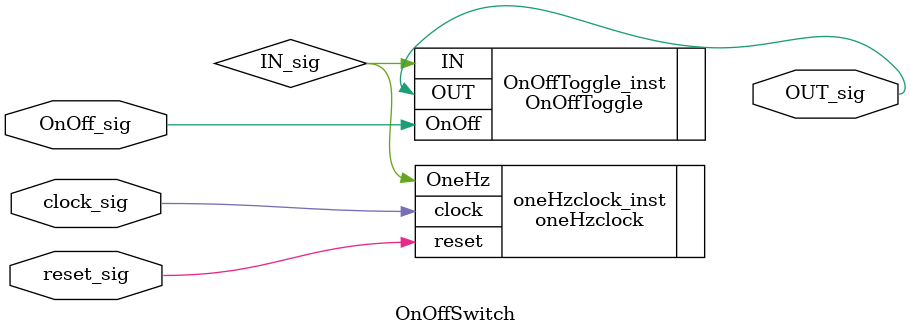
<source format=v>
 module OnOffSwitch
(
	input clock_sig, reset_sig, OnOff_sig,
	output OUT_sig
);
	wire IN_sig;
	
	oneHzclock oneHzclock_inst
	(
		.clock(clock_sig) ,	// input  clock_sig
		.reset(reset_sig) ,	// input  reset_sig
		.OneHz(IN_sig) 	// output  OneHz_sig
	);
	
	OnOffToggle OnOffToggle_inst
	(
		.OnOff(OnOff_sig) ,	// input  OnOff_sig
		.IN(IN_sig) ,			// input  IN_sig
		.OUT(OUT_sig) 			// output  OUT_sig
	);
	endmodule
	
</source>
